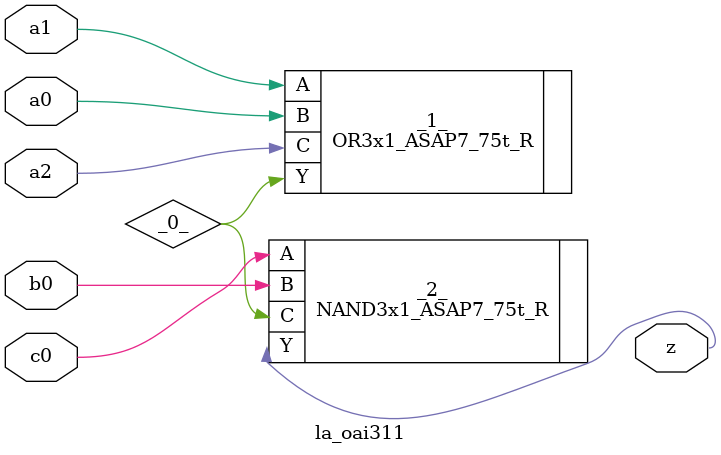
<source format=v>

/* Generated by Yosys 0.44 (git sha1 80ba43d26, g++ 11.4.0-1ubuntu1~22.04 -fPIC -O3) */

(* top =  1  *)
(* src = "generated" *)
module la_oai311 (
    a0,
    a1,
    a2,
    b0,
    c0,
    z
);
  wire _0_;
  (* src = "generated" *)
  input a0;
  wire a0;
  (* src = "generated" *)
  input a1;
  wire a1;
  (* src = "generated" *)
  input a2;
  wire a2;
  (* src = "generated" *)
  input b0;
  wire b0;
  (* src = "generated" *)
  input c0;
  wire c0;
  (* src = "generated" *)
  output z;
  wire z;
  OR3x1_ASAP7_75t_R _1_ (
      .A(a1),
      .B(a0),
      .C(a2),
      .Y(_0_)
  );
  NAND3x1_ASAP7_75t_R _2_ (
      .A(c0),
      .B(b0),
      .C(_0_),
      .Y(z)
  );
endmodule

</source>
